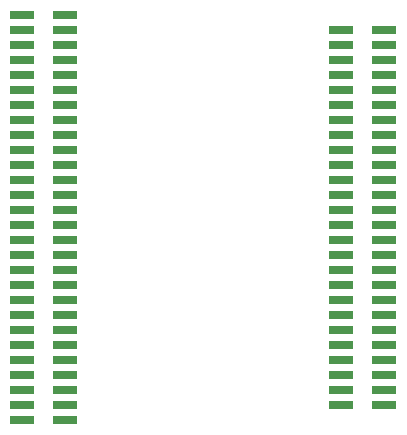
<source format=gbp>
G04 Layer_Color=128*
%FSLAX43Y43*%
%MOMM*%
G71*
G01*
G75*
%ADD10R,2.150X0.800*%
D10*
X60494Y86360D02*
D03*
Y85090D02*
D03*
Y83820D02*
D03*
Y82550D02*
D03*
Y81280D02*
D03*
Y80010D02*
D03*
Y78740D02*
D03*
Y77470D02*
D03*
Y76200D02*
D03*
Y74930D02*
D03*
Y73660D02*
D03*
Y72390D02*
D03*
Y71120D02*
D03*
Y69850D02*
D03*
Y68580D02*
D03*
Y67310D02*
D03*
Y66040D02*
D03*
Y64770D02*
D03*
Y63500D02*
D03*
Y62230D02*
D03*
Y60960D02*
D03*
Y59690D02*
D03*
Y58420D02*
D03*
Y57150D02*
D03*
Y55880D02*
D03*
Y54610D02*
D03*
Y53340D02*
D03*
Y52070D02*
D03*
X64144Y86360D02*
D03*
Y85090D02*
D03*
Y83820D02*
D03*
Y82550D02*
D03*
Y81280D02*
D03*
Y80010D02*
D03*
Y78740D02*
D03*
Y77470D02*
D03*
Y76200D02*
D03*
Y74930D02*
D03*
Y73660D02*
D03*
Y72390D02*
D03*
Y71120D02*
D03*
Y69850D02*
D03*
Y68580D02*
D03*
Y67310D02*
D03*
Y66040D02*
D03*
Y64770D02*
D03*
Y63500D02*
D03*
Y62230D02*
D03*
Y60960D02*
D03*
Y59690D02*
D03*
Y58420D02*
D03*
Y57150D02*
D03*
Y55880D02*
D03*
Y54610D02*
D03*
Y53340D02*
D03*
Y52070D02*
D03*
X91144Y53339D02*
D03*
Y54609D02*
D03*
Y55879D02*
D03*
Y57149D02*
D03*
Y58419D02*
D03*
Y59689D02*
D03*
Y60959D02*
D03*
Y62229D02*
D03*
Y63499D02*
D03*
Y64769D02*
D03*
Y66039D02*
D03*
Y67309D02*
D03*
Y68579D02*
D03*
Y69849D02*
D03*
Y71119D02*
D03*
Y72389D02*
D03*
Y73659D02*
D03*
Y74929D02*
D03*
Y76199D02*
D03*
Y77469D02*
D03*
Y78739D02*
D03*
Y80009D02*
D03*
Y81279D02*
D03*
Y82549D02*
D03*
Y83819D02*
D03*
Y85089D02*
D03*
X87494Y53339D02*
D03*
Y54609D02*
D03*
Y55879D02*
D03*
Y57149D02*
D03*
Y58419D02*
D03*
Y59689D02*
D03*
Y60959D02*
D03*
Y62229D02*
D03*
Y63499D02*
D03*
Y64769D02*
D03*
Y66039D02*
D03*
Y67309D02*
D03*
Y68579D02*
D03*
Y69849D02*
D03*
Y71119D02*
D03*
Y72389D02*
D03*
Y73659D02*
D03*
Y74929D02*
D03*
Y76199D02*
D03*
Y77469D02*
D03*
Y78739D02*
D03*
Y80009D02*
D03*
Y81279D02*
D03*
Y82549D02*
D03*
Y83819D02*
D03*
Y85089D02*
D03*
M02*

</source>
